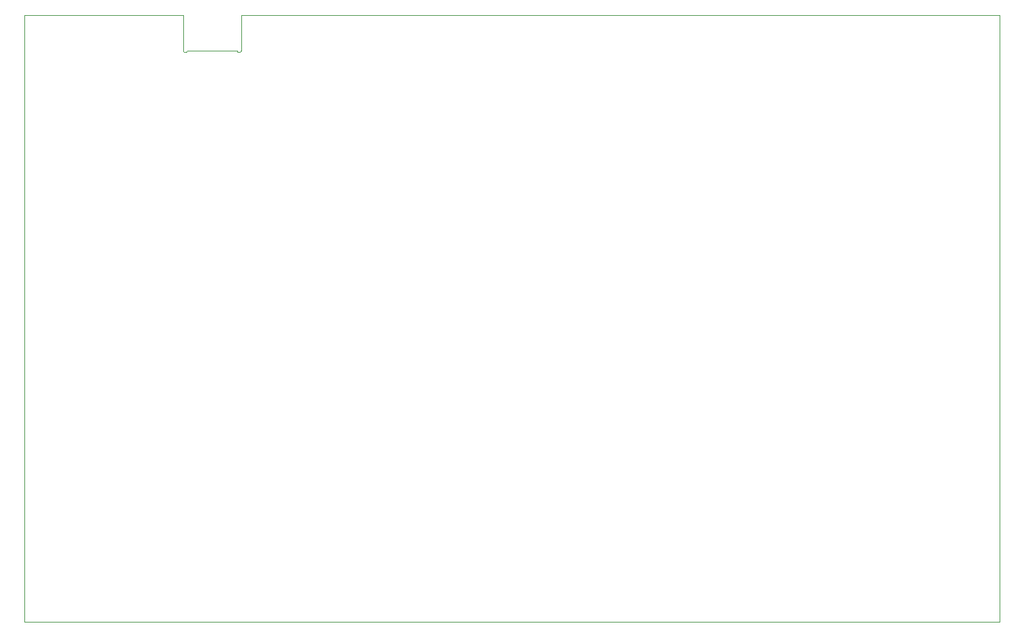
<source format=gm1>
%TF.GenerationSoftware,KiCad,Pcbnew,7.0.2-0*%
%TF.CreationDate,2023-07-19T20:21:10+01:00*%
%TF.ProjectId,bcm-machina-noise,62636d2d-6d61-4636-9869-6e612d6e6f69,rev02*%
%TF.SameCoordinates,Original*%
%TF.FileFunction,Profile,NP*%
%FSLAX46Y46*%
G04 Gerber Fmt 4.6, Leading zero omitted, Abs format (unit mm)*
G04 Created by KiCad (PCBNEW 7.0.2-0) date 2023-07-19 20:21:10*
%MOMM*%
%LPD*%
G01*
G04 APERTURE LIST*
%TA.AperFunction,Profile*%
%ADD10C,0.050000*%
%TD*%
G04 APERTURE END LIST*
D10*
X94612000Y-71882200D02*
X192024000Y-71882000D01*
X87212000Y-71882200D02*
X66802000Y-71882000D01*
X66802000Y-149860000D02*
X66802000Y-71882000D01*
X192024000Y-71882000D02*
X192024000Y-149860000D01*
X192024000Y-149860000D02*
X66802000Y-149860000D01*
%TO.C,J4*%
X94612000Y-71882200D02*
X94612000Y-76482200D01*
X94112000Y-76482200D02*
X87712000Y-76482200D01*
X87212000Y-76482200D02*
X87212000Y-71882200D01*
X94112000Y-76482200D02*
G75*
G03*
X94612000Y-76482200I250000J0D01*
G01*
X87212000Y-76482200D02*
G75*
G03*
X87712000Y-76482200I250000J0D01*
G01*
%TD*%
M02*

</source>
